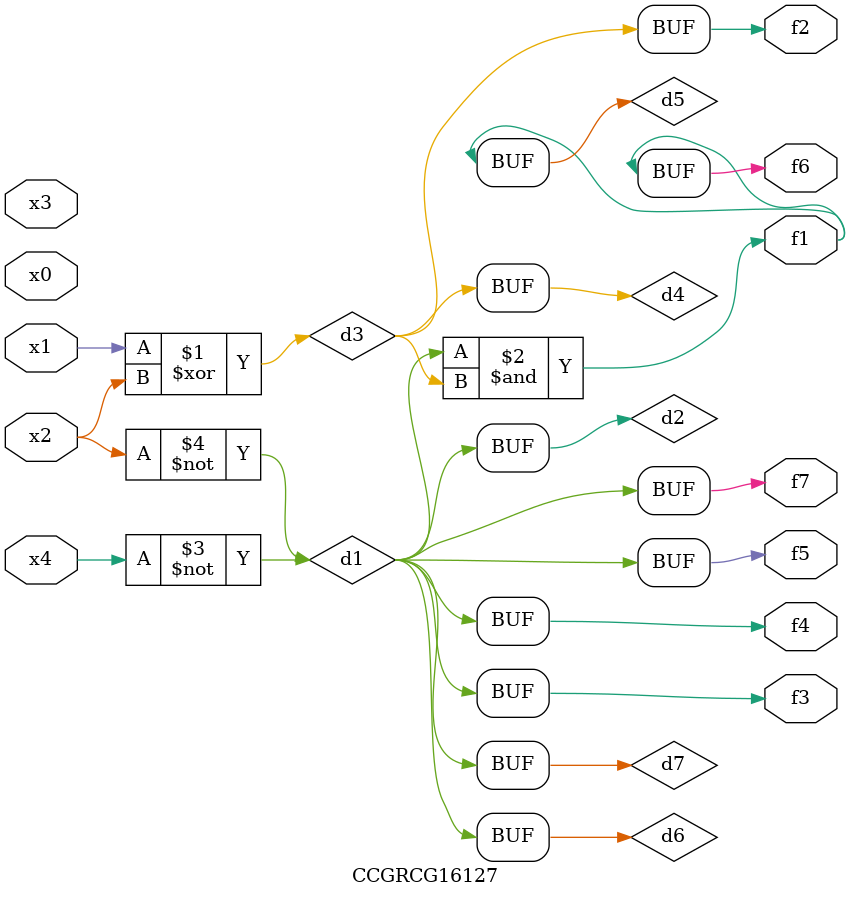
<source format=v>
module CCGRCG16127(
	input x0, x1, x2, x3, x4,
	output f1, f2, f3, f4, f5, f6, f7
);

	wire d1, d2, d3, d4, d5, d6, d7;

	not (d1, x4);
	not (d2, x2);
	xor (d3, x1, x2);
	buf (d4, d3);
	and (d5, d1, d3);
	buf (d6, d1, d2);
	buf (d7, d2);
	assign f1 = d5;
	assign f2 = d4;
	assign f3 = d7;
	assign f4 = d7;
	assign f5 = d7;
	assign f6 = d5;
	assign f7 = d7;
endmodule

</source>
